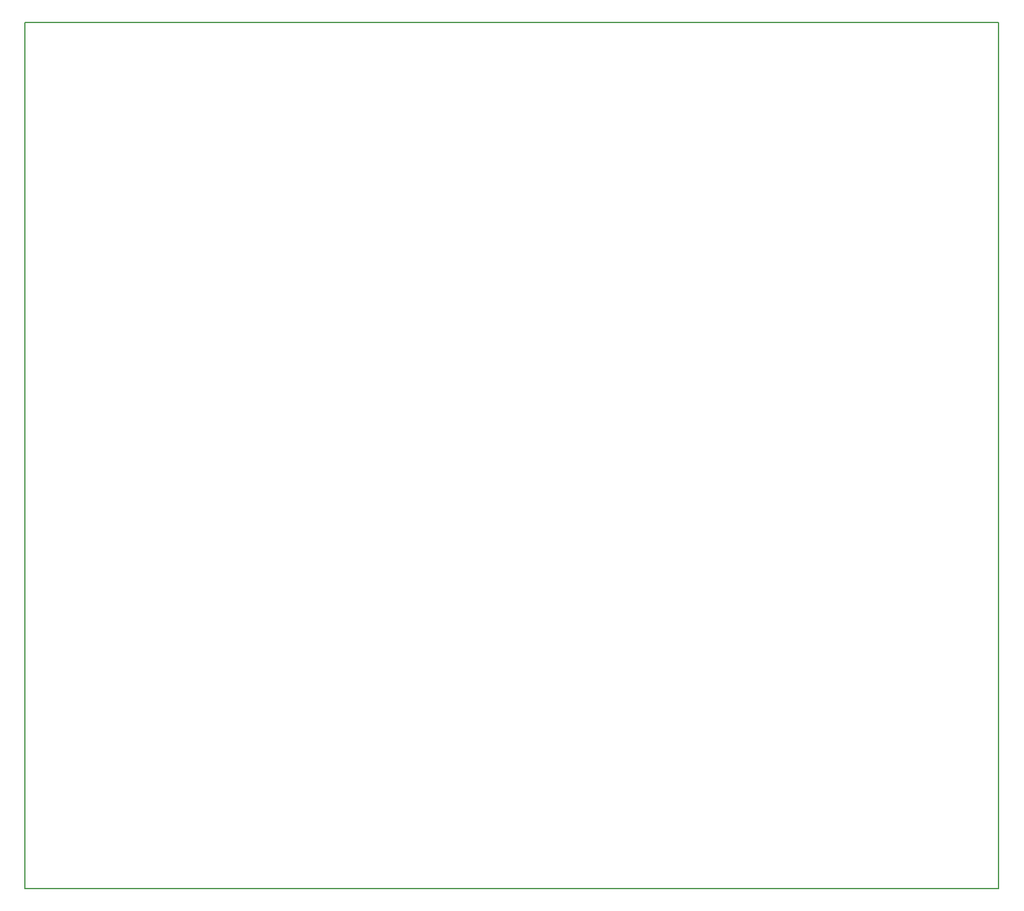
<source format=gko>
G04 Layer_Color=16720538*
%FSLAX23Y23*%
%MOIN*%
G70*
G01*
G75*
%ADD44C,0.008*%
D44*
X1000Y880D02*
X6350D01*
Y5640D01*
X1000D02*
X6350D01*
X1000Y880D02*
Y5640D01*
M02*

</source>
